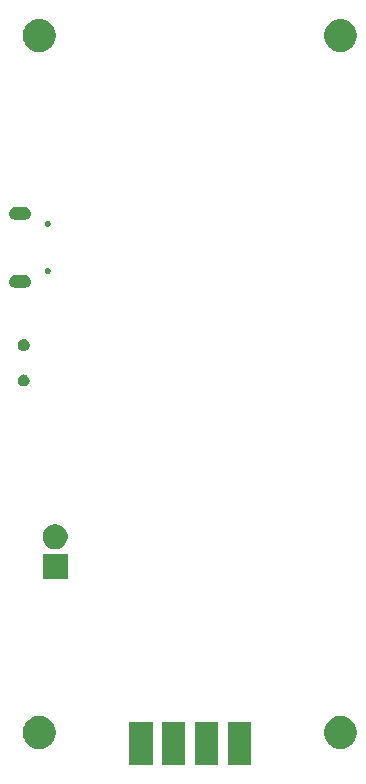
<source format=gbs>
G04 #@! TF.GenerationSoftware,KiCad,Pcbnew,5.0.2-bee76a0~70~ubuntu16.04.1*
G04 #@! TF.CreationDate,2020-11-05T23:54:09+01:00*
G04 #@! TF.ProjectId,BTSerialClient,42545365-7269-4616-9c43-6c69656e742e,rev?*
G04 #@! TF.SameCoordinates,Original*
G04 #@! TF.FileFunction,Soldermask,Bot*
G04 #@! TF.FilePolarity,Negative*
%FSLAX46Y46*%
G04 Gerber Fmt 4.6, Leading zero omitted, Abs format (unit mm)*
G04 Created by KiCad (PCBNEW 5.0.2-bee76a0~70~ubuntu16.04.1) date tor  5 nov 2020 23:54:09*
%MOMM*%
%LPD*%
G01*
G04 APERTURE LIST*
%ADD10C,0.100000*%
G04 APERTURE END LIST*
D10*
G36*
X123530033Y-99738600D02*
X121581367Y-99738600D01*
X121581367Y-96156600D01*
X123530033Y-96156600D01*
X123530033Y-99738600D01*
X123530033Y-99738600D01*
G37*
G36*
X120760033Y-99738600D02*
X118811367Y-99738600D01*
X118811367Y-96156600D01*
X120760033Y-96156600D01*
X120760033Y-99738600D01*
X120760033Y-99738600D01*
G37*
G36*
X117990033Y-99738600D02*
X116041367Y-99738600D01*
X116041367Y-96156600D01*
X117990033Y-96156600D01*
X117990033Y-99738600D01*
X117990033Y-99738600D01*
G37*
G36*
X126300033Y-99738600D02*
X124351367Y-99738600D01*
X124351367Y-96156600D01*
X126300033Y-96156600D01*
X126300033Y-99738600D01*
X126300033Y-99738600D01*
G37*
G36*
X108718433Y-95634893D02*
X108808657Y-95652839D01*
X108914267Y-95696585D01*
X109063621Y-95758449D01*
X109293089Y-95911774D01*
X109488226Y-96106911D01*
X109641551Y-96336379D01*
X109747161Y-96591344D01*
X109801000Y-96862012D01*
X109801000Y-97137988D01*
X109747161Y-97408656D01*
X109641551Y-97663621D01*
X109488226Y-97893089D01*
X109293089Y-98088226D01*
X109063621Y-98241551D01*
X108914267Y-98303415D01*
X108808657Y-98347161D01*
X108718433Y-98365107D01*
X108537988Y-98401000D01*
X108262012Y-98401000D01*
X108081567Y-98365107D01*
X107991343Y-98347161D01*
X107885733Y-98303415D01*
X107736379Y-98241551D01*
X107506911Y-98088226D01*
X107311774Y-97893089D01*
X107158449Y-97663621D01*
X107052839Y-97408656D01*
X106999000Y-97137988D01*
X106999000Y-96862012D01*
X107052839Y-96591344D01*
X107158449Y-96336379D01*
X107311774Y-96106911D01*
X107506911Y-95911774D01*
X107736379Y-95758449D01*
X107885733Y-95696585D01*
X107991343Y-95652839D01*
X108081567Y-95634893D01*
X108262012Y-95599000D01*
X108537988Y-95599000D01*
X108718433Y-95634893D01*
X108718433Y-95634893D01*
G37*
G36*
X134218433Y-95634893D02*
X134308657Y-95652839D01*
X134414267Y-95696585D01*
X134563621Y-95758449D01*
X134793089Y-95911774D01*
X134988226Y-96106911D01*
X135141551Y-96336379D01*
X135247161Y-96591344D01*
X135301000Y-96862012D01*
X135301000Y-97137988D01*
X135247161Y-97408656D01*
X135141551Y-97663621D01*
X134988226Y-97893089D01*
X134793089Y-98088226D01*
X134563621Y-98241551D01*
X134414267Y-98303415D01*
X134308657Y-98347161D01*
X134218433Y-98365107D01*
X134037988Y-98401000D01*
X133762012Y-98401000D01*
X133581567Y-98365107D01*
X133491343Y-98347161D01*
X133385733Y-98303415D01*
X133236379Y-98241551D01*
X133006911Y-98088226D01*
X132811774Y-97893089D01*
X132658449Y-97663621D01*
X132552839Y-97408656D01*
X132499000Y-97137988D01*
X132499000Y-96862012D01*
X132552839Y-96591344D01*
X132658449Y-96336379D01*
X132811774Y-96106911D01*
X133006911Y-95911774D01*
X133236379Y-95758449D01*
X133385733Y-95696585D01*
X133491343Y-95652839D01*
X133581567Y-95634893D01*
X133762012Y-95599000D01*
X134037988Y-95599000D01*
X134218433Y-95634893D01*
X134218433Y-95634893D01*
G37*
G36*
X110794240Y-84012480D02*
X108692240Y-84012480D01*
X108692240Y-81910480D01*
X110794240Y-81910480D01*
X110794240Y-84012480D01*
X110794240Y-84012480D01*
G37*
G36*
X110049805Y-79410869D02*
X110241074Y-79490095D01*
X110413216Y-79605117D01*
X110559603Y-79751504D01*
X110674625Y-79923646D01*
X110753851Y-80114915D01*
X110794240Y-80317964D01*
X110794240Y-80524996D01*
X110753851Y-80728045D01*
X110674625Y-80919314D01*
X110559603Y-81091456D01*
X110413216Y-81237843D01*
X110241074Y-81352865D01*
X110049805Y-81432091D01*
X109846756Y-81472480D01*
X109639724Y-81472480D01*
X109436675Y-81432091D01*
X109245406Y-81352865D01*
X109073264Y-81237843D01*
X108926877Y-81091456D01*
X108811855Y-80919314D01*
X108732629Y-80728045D01*
X108692240Y-80524996D01*
X108692240Y-80317964D01*
X108732629Y-80114915D01*
X108811855Y-79923646D01*
X108926877Y-79751504D01*
X109073264Y-79605117D01*
X109245406Y-79490095D01*
X109436675Y-79410869D01*
X109639724Y-79370480D01*
X109846756Y-79370480D01*
X110049805Y-79410869D01*
X110049805Y-79410869D01*
G37*
G36*
X107232736Y-66716613D02*
X107323912Y-66754379D01*
X107405972Y-66809210D01*
X107475750Y-66878988D01*
X107530581Y-66961048D01*
X107568347Y-67052224D01*
X107587600Y-67149016D01*
X107587600Y-67247704D01*
X107568347Y-67344496D01*
X107530581Y-67435672D01*
X107475750Y-67517732D01*
X107405972Y-67587510D01*
X107323912Y-67642341D01*
X107232736Y-67680107D01*
X107135944Y-67699360D01*
X107037256Y-67699360D01*
X106940464Y-67680107D01*
X106849288Y-67642341D01*
X106767228Y-67587510D01*
X106697450Y-67517732D01*
X106642619Y-67435672D01*
X106604853Y-67344496D01*
X106585600Y-67247704D01*
X106585600Y-67149016D01*
X106604853Y-67052224D01*
X106642619Y-66961048D01*
X106697450Y-66878988D01*
X106767228Y-66809210D01*
X106849288Y-66754379D01*
X106940464Y-66716613D01*
X107037256Y-66697360D01*
X107135944Y-66697360D01*
X107232736Y-66716613D01*
X107232736Y-66716613D01*
G37*
G36*
X107232736Y-63716613D02*
X107323912Y-63754379D01*
X107405972Y-63809210D01*
X107475750Y-63878988D01*
X107530581Y-63961048D01*
X107568347Y-64052224D01*
X107587600Y-64149016D01*
X107587600Y-64247704D01*
X107568347Y-64344496D01*
X107530581Y-64435672D01*
X107475750Y-64517732D01*
X107405972Y-64587510D01*
X107323912Y-64642341D01*
X107232736Y-64680107D01*
X107135944Y-64699360D01*
X107037256Y-64699360D01*
X106940464Y-64680107D01*
X106849288Y-64642341D01*
X106767228Y-64587510D01*
X106697450Y-64517732D01*
X106642619Y-64435672D01*
X106604853Y-64344496D01*
X106585600Y-64247704D01*
X106585600Y-64149016D01*
X106604853Y-64052224D01*
X106642619Y-63961048D01*
X106697450Y-63878988D01*
X106767228Y-63809210D01*
X106849288Y-63754379D01*
X106940464Y-63716613D01*
X107037256Y-63697360D01*
X107135944Y-63697360D01*
X107232736Y-63716613D01*
X107232736Y-63716613D01*
G37*
G36*
X107228655Y-58264653D02*
X107332519Y-58296159D01*
X107428240Y-58347324D01*
X107512141Y-58416179D01*
X107580996Y-58500080D01*
X107632161Y-58595801D01*
X107663667Y-58699665D01*
X107674306Y-58807680D01*
X107663667Y-58915695D01*
X107632161Y-59019559D01*
X107580996Y-59115280D01*
X107512141Y-59199181D01*
X107428240Y-59268036D01*
X107332519Y-59319201D01*
X107228655Y-59350707D01*
X107147707Y-59358680D01*
X106393573Y-59358680D01*
X106312625Y-59350707D01*
X106208761Y-59319201D01*
X106113040Y-59268036D01*
X106029139Y-59199181D01*
X105960284Y-59115280D01*
X105909119Y-59019559D01*
X105877613Y-58915695D01*
X105866974Y-58807680D01*
X105877613Y-58699665D01*
X105909119Y-58595801D01*
X105960284Y-58500080D01*
X106029139Y-58416179D01*
X106113040Y-58347324D01*
X106208761Y-58296159D01*
X106312625Y-58264653D01*
X106393573Y-58256680D01*
X107147707Y-58256680D01*
X107228655Y-58264653D01*
X107228655Y-58264653D01*
G37*
G36*
X109196479Y-57682671D02*
X109243796Y-57702271D01*
X109286381Y-57730725D01*
X109322595Y-57766939D01*
X109351049Y-57809524D01*
X109370649Y-57856841D01*
X109380640Y-57907071D01*
X109380640Y-57958289D01*
X109370649Y-58008519D01*
X109351049Y-58055836D01*
X109322595Y-58098421D01*
X109286381Y-58134635D01*
X109243796Y-58163089D01*
X109196479Y-58182689D01*
X109146249Y-58192680D01*
X109095031Y-58192680D01*
X109044801Y-58182689D01*
X108997484Y-58163089D01*
X108954899Y-58134635D01*
X108918685Y-58098421D01*
X108890231Y-58055836D01*
X108870631Y-58008519D01*
X108860640Y-57958289D01*
X108860640Y-57907071D01*
X108870631Y-57856841D01*
X108890231Y-57809524D01*
X108918685Y-57766939D01*
X108954899Y-57730725D01*
X108997484Y-57702271D01*
X109044801Y-57682671D01*
X109095031Y-57672680D01*
X109146249Y-57672680D01*
X109196479Y-57682671D01*
X109196479Y-57682671D01*
G37*
G36*
X109196479Y-53682671D02*
X109243796Y-53702271D01*
X109286381Y-53730725D01*
X109322595Y-53766939D01*
X109351049Y-53809524D01*
X109370649Y-53856841D01*
X109380640Y-53907071D01*
X109380640Y-53958289D01*
X109370649Y-54008519D01*
X109351049Y-54055836D01*
X109322595Y-54098421D01*
X109286381Y-54134635D01*
X109243796Y-54163089D01*
X109196479Y-54182689D01*
X109146249Y-54192680D01*
X109095031Y-54192680D01*
X109044801Y-54182689D01*
X108997484Y-54163089D01*
X108954899Y-54134635D01*
X108918685Y-54098421D01*
X108890231Y-54055836D01*
X108870631Y-54008519D01*
X108860640Y-53958289D01*
X108860640Y-53907071D01*
X108870631Y-53856841D01*
X108890231Y-53809524D01*
X108918685Y-53766939D01*
X108954899Y-53730725D01*
X108997484Y-53702271D01*
X109044801Y-53682671D01*
X109095031Y-53672680D01*
X109146249Y-53672680D01*
X109196479Y-53682671D01*
X109196479Y-53682671D01*
G37*
G36*
X107228655Y-52514653D02*
X107332519Y-52546159D01*
X107428240Y-52597324D01*
X107512141Y-52666179D01*
X107580996Y-52750080D01*
X107632161Y-52845801D01*
X107663667Y-52949665D01*
X107674306Y-53057680D01*
X107663667Y-53165695D01*
X107632161Y-53269559D01*
X107580996Y-53365280D01*
X107512141Y-53449181D01*
X107428240Y-53518036D01*
X107332519Y-53569201D01*
X107228655Y-53600707D01*
X107147707Y-53608680D01*
X106393573Y-53608680D01*
X106312625Y-53600707D01*
X106208761Y-53569201D01*
X106113040Y-53518036D01*
X106029139Y-53449181D01*
X105960284Y-53365280D01*
X105909119Y-53269559D01*
X105877613Y-53165695D01*
X105866974Y-53057680D01*
X105877613Y-52949665D01*
X105909119Y-52845801D01*
X105960284Y-52750080D01*
X106029139Y-52666179D01*
X106113040Y-52597324D01*
X106208761Y-52546159D01*
X106312625Y-52514653D01*
X106393573Y-52506680D01*
X107147707Y-52506680D01*
X107228655Y-52514653D01*
X107228655Y-52514653D01*
G37*
G36*
X108718433Y-36634893D02*
X108808657Y-36652839D01*
X108914267Y-36696585D01*
X109063621Y-36758449D01*
X109293089Y-36911774D01*
X109488226Y-37106911D01*
X109641551Y-37336379D01*
X109747161Y-37591344D01*
X109801000Y-37862012D01*
X109801000Y-38137988D01*
X109747161Y-38408656D01*
X109641551Y-38663621D01*
X109488226Y-38893089D01*
X109293089Y-39088226D01*
X109063621Y-39241551D01*
X108914267Y-39303415D01*
X108808657Y-39347161D01*
X108718433Y-39365107D01*
X108537988Y-39401000D01*
X108262012Y-39401000D01*
X108081567Y-39365107D01*
X107991343Y-39347161D01*
X107885733Y-39303415D01*
X107736379Y-39241551D01*
X107506911Y-39088226D01*
X107311774Y-38893089D01*
X107158449Y-38663621D01*
X107052839Y-38408656D01*
X106999000Y-38137988D01*
X106999000Y-37862012D01*
X107052839Y-37591344D01*
X107158449Y-37336379D01*
X107311774Y-37106911D01*
X107506911Y-36911774D01*
X107736379Y-36758449D01*
X107885733Y-36696585D01*
X107991343Y-36652839D01*
X108081567Y-36634893D01*
X108262012Y-36599000D01*
X108537988Y-36599000D01*
X108718433Y-36634893D01*
X108718433Y-36634893D01*
G37*
G36*
X134218433Y-36634893D02*
X134308657Y-36652839D01*
X134414267Y-36696585D01*
X134563621Y-36758449D01*
X134793089Y-36911774D01*
X134988226Y-37106911D01*
X135141551Y-37336379D01*
X135247161Y-37591344D01*
X135301000Y-37862012D01*
X135301000Y-38137988D01*
X135247161Y-38408656D01*
X135141551Y-38663621D01*
X134988226Y-38893089D01*
X134793089Y-39088226D01*
X134563621Y-39241551D01*
X134414267Y-39303415D01*
X134308657Y-39347161D01*
X134218433Y-39365107D01*
X134037988Y-39401000D01*
X133762012Y-39401000D01*
X133581567Y-39365107D01*
X133491343Y-39347161D01*
X133385733Y-39303415D01*
X133236379Y-39241551D01*
X133006911Y-39088226D01*
X132811774Y-38893089D01*
X132658449Y-38663621D01*
X132552839Y-38408656D01*
X132499000Y-38137988D01*
X132499000Y-37862012D01*
X132552839Y-37591344D01*
X132658449Y-37336379D01*
X132811774Y-37106911D01*
X133006911Y-36911774D01*
X133236379Y-36758449D01*
X133385733Y-36696585D01*
X133491343Y-36652839D01*
X133581567Y-36634893D01*
X133762012Y-36599000D01*
X134037988Y-36599000D01*
X134218433Y-36634893D01*
X134218433Y-36634893D01*
G37*
M02*

</source>
